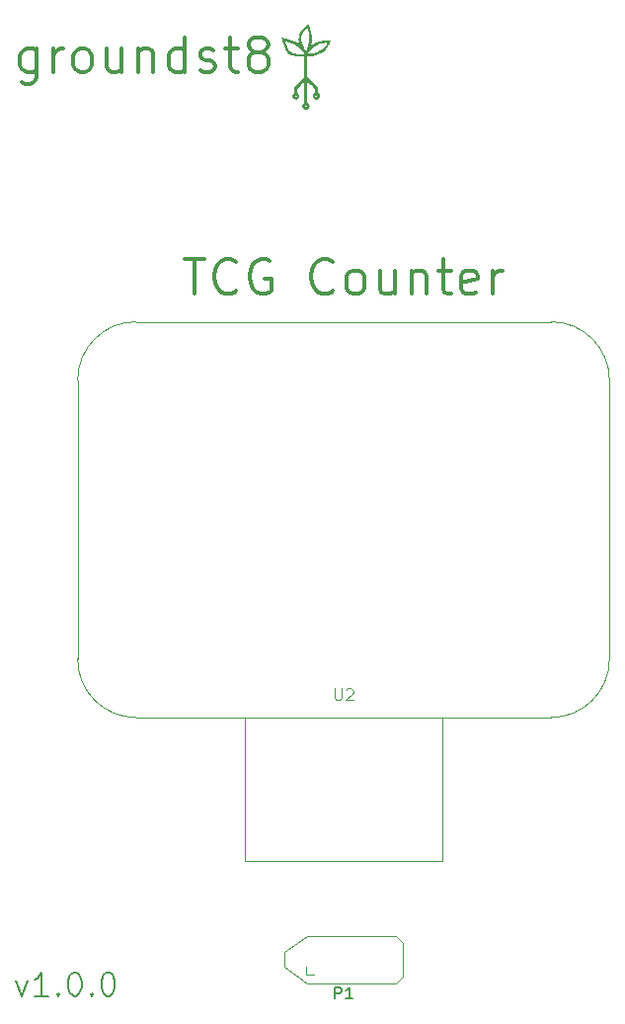
<source format=gbr>
%TF.GenerationSoftware,KiCad,Pcbnew,8.0.5*%
%TF.CreationDate,2025-04-19T21:57:35-04:00*%
%TF.ProjectId,tcg_counter,7463675f-636f-4756-9e74-65722e6b6963,1*%
%TF.SameCoordinates,Original*%
%TF.FileFunction,Legend,Top*%
%TF.FilePolarity,Positive*%
%FSLAX46Y46*%
G04 Gerber Fmt 4.6, Leading zero omitted, Abs format (unit mm)*
G04 Created by KiCad (PCBNEW 8.0.5) date 2025-04-19 21:57:35*
%MOMM*%
%LPD*%
G01*
G04 APERTURE LIST*
%ADD10C,0.200000*%
%ADD11C,0.300000*%
%ADD12C,0.375000*%
%ADD13C,0.150000*%
%ADD14C,0.100000*%
%ADD15C,0.000000*%
%ADD16C,0.120000*%
G04 APERTURE END LIST*
D10*
X113417292Y-128411504D02*
X113893482Y-129744838D01*
X113893482Y-129744838D02*
X114369673Y-128411504D01*
X116179197Y-129744838D02*
X115036340Y-129744838D01*
X115607768Y-129744838D02*
X115607768Y-127744838D01*
X115607768Y-127744838D02*
X115417292Y-128030552D01*
X115417292Y-128030552D02*
X115226816Y-128221028D01*
X115226816Y-128221028D02*
X115036340Y-128316266D01*
X117036340Y-129554361D02*
X117131578Y-129649600D01*
X117131578Y-129649600D02*
X117036340Y-129744838D01*
X117036340Y-129744838D02*
X116941102Y-129649600D01*
X116941102Y-129649600D02*
X117036340Y-129554361D01*
X117036340Y-129554361D02*
X117036340Y-129744838D01*
X118369673Y-127744838D02*
X118560150Y-127744838D01*
X118560150Y-127744838D02*
X118750626Y-127840076D01*
X118750626Y-127840076D02*
X118845864Y-127935314D01*
X118845864Y-127935314D02*
X118941102Y-128125790D01*
X118941102Y-128125790D02*
X119036340Y-128506742D01*
X119036340Y-128506742D02*
X119036340Y-128982933D01*
X119036340Y-128982933D02*
X118941102Y-129363885D01*
X118941102Y-129363885D02*
X118845864Y-129554361D01*
X118845864Y-129554361D02*
X118750626Y-129649600D01*
X118750626Y-129649600D02*
X118560150Y-129744838D01*
X118560150Y-129744838D02*
X118369673Y-129744838D01*
X118369673Y-129744838D02*
X118179197Y-129649600D01*
X118179197Y-129649600D02*
X118083959Y-129554361D01*
X118083959Y-129554361D02*
X117988721Y-129363885D01*
X117988721Y-129363885D02*
X117893483Y-128982933D01*
X117893483Y-128982933D02*
X117893483Y-128506742D01*
X117893483Y-128506742D02*
X117988721Y-128125790D01*
X117988721Y-128125790D02*
X118083959Y-127935314D01*
X118083959Y-127935314D02*
X118179197Y-127840076D01*
X118179197Y-127840076D02*
X118369673Y-127744838D01*
X119893483Y-129554361D02*
X119988721Y-129649600D01*
X119988721Y-129649600D02*
X119893483Y-129744838D01*
X119893483Y-129744838D02*
X119798245Y-129649600D01*
X119798245Y-129649600D02*
X119893483Y-129554361D01*
X119893483Y-129554361D02*
X119893483Y-129744838D01*
X121226816Y-127744838D02*
X121417293Y-127744838D01*
X121417293Y-127744838D02*
X121607769Y-127840076D01*
X121607769Y-127840076D02*
X121703007Y-127935314D01*
X121703007Y-127935314D02*
X121798245Y-128125790D01*
X121798245Y-128125790D02*
X121893483Y-128506742D01*
X121893483Y-128506742D02*
X121893483Y-128982933D01*
X121893483Y-128982933D02*
X121798245Y-129363885D01*
X121798245Y-129363885D02*
X121703007Y-129554361D01*
X121703007Y-129554361D02*
X121607769Y-129649600D01*
X121607769Y-129649600D02*
X121417293Y-129744838D01*
X121417293Y-129744838D02*
X121226816Y-129744838D01*
X121226816Y-129744838D02*
X121036340Y-129649600D01*
X121036340Y-129649600D02*
X120941102Y-129554361D01*
X120941102Y-129554361D02*
X120845864Y-129363885D01*
X120845864Y-129363885D02*
X120750626Y-128982933D01*
X120750626Y-128982933D02*
X120750626Y-128506742D01*
X120750626Y-128506742D02*
X120845864Y-128125790D01*
X120845864Y-128125790D02*
X120941102Y-127935314D01*
X120941102Y-127935314D02*
X121036340Y-127840076D01*
X121036340Y-127840076D02*
X121226816Y-127744838D01*
D11*
X115197368Y-48617257D02*
X115197368Y-51045828D01*
X115197368Y-51045828D02*
X115054510Y-51331542D01*
X115054510Y-51331542D02*
X114911653Y-51474400D01*
X114911653Y-51474400D02*
X114625939Y-51617257D01*
X114625939Y-51617257D02*
X114197368Y-51617257D01*
X114197368Y-51617257D02*
X113911653Y-51474400D01*
X115197368Y-50474400D02*
X114911653Y-50617257D01*
X114911653Y-50617257D02*
X114340225Y-50617257D01*
X114340225Y-50617257D02*
X114054510Y-50474400D01*
X114054510Y-50474400D02*
X113911653Y-50331542D01*
X113911653Y-50331542D02*
X113768796Y-50045828D01*
X113768796Y-50045828D02*
X113768796Y-49188685D01*
X113768796Y-49188685D02*
X113911653Y-48902971D01*
X113911653Y-48902971D02*
X114054510Y-48760114D01*
X114054510Y-48760114D02*
X114340225Y-48617257D01*
X114340225Y-48617257D02*
X114911653Y-48617257D01*
X114911653Y-48617257D02*
X115197368Y-48760114D01*
X116625939Y-50617257D02*
X116625939Y-48617257D01*
X116625939Y-49188685D02*
X116768796Y-48902971D01*
X116768796Y-48902971D02*
X116911654Y-48760114D01*
X116911654Y-48760114D02*
X117197368Y-48617257D01*
X117197368Y-48617257D02*
X117483082Y-48617257D01*
X118911654Y-50617257D02*
X118625939Y-50474400D01*
X118625939Y-50474400D02*
X118483082Y-50331542D01*
X118483082Y-50331542D02*
X118340225Y-50045828D01*
X118340225Y-50045828D02*
X118340225Y-49188685D01*
X118340225Y-49188685D02*
X118483082Y-48902971D01*
X118483082Y-48902971D02*
X118625939Y-48760114D01*
X118625939Y-48760114D02*
X118911654Y-48617257D01*
X118911654Y-48617257D02*
X119340225Y-48617257D01*
X119340225Y-48617257D02*
X119625939Y-48760114D01*
X119625939Y-48760114D02*
X119768797Y-48902971D01*
X119768797Y-48902971D02*
X119911654Y-49188685D01*
X119911654Y-49188685D02*
X119911654Y-50045828D01*
X119911654Y-50045828D02*
X119768797Y-50331542D01*
X119768797Y-50331542D02*
X119625939Y-50474400D01*
X119625939Y-50474400D02*
X119340225Y-50617257D01*
X119340225Y-50617257D02*
X118911654Y-50617257D01*
X122483083Y-48617257D02*
X122483083Y-50617257D01*
X121197368Y-48617257D02*
X121197368Y-50188685D01*
X121197368Y-50188685D02*
X121340225Y-50474400D01*
X121340225Y-50474400D02*
X121625940Y-50617257D01*
X121625940Y-50617257D02*
X122054511Y-50617257D01*
X122054511Y-50617257D02*
X122340225Y-50474400D01*
X122340225Y-50474400D02*
X122483083Y-50331542D01*
X123911654Y-48617257D02*
X123911654Y-50617257D01*
X123911654Y-48902971D02*
X124054511Y-48760114D01*
X124054511Y-48760114D02*
X124340226Y-48617257D01*
X124340226Y-48617257D02*
X124768797Y-48617257D01*
X124768797Y-48617257D02*
X125054511Y-48760114D01*
X125054511Y-48760114D02*
X125197369Y-49045828D01*
X125197369Y-49045828D02*
X125197369Y-50617257D01*
X127911655Y-50617257D02*
X127911655Y-47617257D01*
X127911655Y-50474400D02*
X127625940Y-50617257D01*
X127625940Y-50617257D02*
X127054512Y-50617257D01*
X127054512Y-50617257D02*
X126768797Y-50474400D01*
X126768797Y-50474400D02*
X126625940Y-50331542D01*
X126625940Y-50331542D02*
X126483083Y-50045828D01*
X126483083Y-50045828D02*
X126483083Y-49188685D01*
X126483083Y-49188685D02*
X126625940Y-48902971D01*
X126625940Y-48902971D02*
X126768797Y-48760114D01*
X126768797Y-48760114D02*
X127054512Y-48617257D01*
X127054512Y-48617257D02*
X127625940Y-48617257D01*
X127625940Y-48617257D02*
X127911655Y-48760114D01*
X129197369Y-50474400D02*
X129483083Y-50617257D01*
X129483083Y-50617257D02*
X130054512Y-50617257D01*
X130054512Y-50617257D02*
X130340226Y-50474400D01*
X130340226Y-50474400D02*
X130483083Y-50188685D01*
X130483083Y-50188685D02*
X130483083Y-50045828D01*
X130483083Y-50045828D02*
X130340226Y-49760114D01*
X130340226Y-49760114D02*
X130054512Y-49617257D01*
X130054512Y-49617257D02*
X129625941Y-49617257D01*
X129625941Y-49617257D02*
X129340226Y-49474400D01*
X129340226Y-49474400D02*
X129197369Y-49188685D01*
X129197369Y-49188685D02*
X129197369Y-49045828D01*
X129197369Y-49045828D02*
X129340226Y-48760114D01*
X129340226Y-48760114D02*
X129625941Y-48617257D01*
X129625941Y-48617257D02*
X130054512Y-48617257D01*
X130054512Y-48617257D02*
X130340226Y-48760114D01*
X131340226Y-48617257D02*
X132483083Y-48617257D01*
X131768797Y-47617257D02*
X131768797Y-50188685D01*
X131768797Y-50188685D02*
X131911654Y-50474400D01*
X131911654Y-50474400D02*
X132197369Y-50617257D01*
X132197369Y-50617257D02*
X132483083Y-50617257D01*
X133911655Y-48902971D02*
X133625940Y-48760114D01*
X133625940Y-48760114D02*
X133483083Y-48617257D01*
X133483083Y-48617257D02*
X133340226Y-48331542D01*
X133340226Y-48331542D02*
X133340226Y-48188685D01*
X133340226Y-48188685D02*
X133483083Y-47902971D01*
X133483083Y-47902971D02*
X133625940Y-47760114D01*
X133625940Y-47760114D02*
X133911655Y-47617257D01*
X133911655Y-47617257D02*
X134483083Y-47617257D01*
X134483083Y-47617257D02*
X134768798Y-47760114D01*
X134768798Y-47760114D02*
X134911655Y-47902971D01*
X134911655Y-47902971D02*
X135054512Y-48188685D01*
X135054512Y-48188685D02*
X135054512Y-48331542D01*
X135054512Y-48331542D02*
X134911655Y-48617257D01*
X134911655Y-48617257D02*
X134768798Y-48760114D01*
X134768798Y-48760114D02*
X134483083Y-48902971D01*
X134483083Y-48902971D02*
X133911655Y-48902971D01*
X133911655Y-48902971D02*
X133625940Y-49045828D01*
X133625940Y-49045828D02*
X133483083Y-49188685D01*
X133483083Y-49188685D02*
X133340226Y-49474400D01*
X133340226Y-49474400D02*
X133340226Y-50045828D01*
X133340226Y-50045828D02*
X133483083Y-50331542D01*
X133483083Y-50331542D02*
X133625940Y-50474400D01*
X133625940Y-50474400D02*
X133911655Y-50617257D01*
X133911655Y-50617257D02*
X134483083Y-50617257D01*
X134483083Y-50617257D02*
X134768798Y-50474400D01*
X134768798Y-50474400D02*
X134911655Y-50331542D01*
X134911655Y-50331542D02*
X135054512Y-50045828D01*
X135054512Y-50045828D02*
X135054512Y-49474400D01*
X135054512Y-49474400D02*
X134911655Y-49188685D01*
X134911655Y-49188685D02*
X134768798Y-49045828D01*
X134768798Y-49045828D02*
X134483083Y-48902971D01*
D12*
X127882424Y-66613357D02*
X129596710Y-66613357D01*
X128739567Y-69613357D02*
X128739567Y-66613357D01*
X132310995Y-69327642D02*
X132168138Y-69470500D01*
X132168138Y-69470500D02*
X131739566Y-69613357D01*
X131739566Y-69613357D02*
X131453852Y-69613357D01*
X131453852Y-69613357D02*
X131025281Y-69470500D01*
X131025281Y-69470500D02*
X130739566Y-69184785D01*
X130739566Y-69184785D02*
X130596709Y-68899071D01*
X130596709Y-68899071D02*
X130453852Y-68327642D01*
X130453852Y-68327642D02*
X130453852Y-67899071D01*
X130453852Y-67899071D02*
X130596709Y-67327642D01*
X130596709Y-67327642D02*
X130739566Y-67041928D01*
X130739566Y-67041928D02*
X131025281Y-66756214D01*
X131025281Y-66756214D02*
X131453852Y-66613357D01*
X131453852Y-66613357D02*
X131739566Y-66613357D01*
X131739566Y-66613357D02*
X132168138Y-66756214D01*
X132168138Y-66756214D02*
X132310995Y-66899071D01*
X135168138Y-66756214D02*
X134882424Y-66613357D01*
X134882424Y-66613357D02*
X134453852Y-66613357D01*
X134453852Y-66613357D02*
X134025281Y-66756214D01*
X134025281Y-66756214D02*
X133739566Y-67041928D01*
X133739566Y-67041928D02*
X133596709Y-67327642D01*
X133596709Y-67327642D02*
X133453852Y-67899071D01*
X133453852Y-67899071D02*
X133453852Y-68327642D01*
X133453852Y-68327642D02*
X133596709Y-68899071D01*
X133596709Y-68899071D02*
X133739566Y-69184785D01*
X133739566Y-69184785D02*
X134025281Y-69470500D01*
X134025281Y-69470500D02*
X134453852Y-69613357D01*
X134453852Y-69613357D02*
X134739566Y-69613357D01*
X134739566Y-69613357D02*
X135168138Y-69470500D01*
X135168138Y-69470500D02*
X135310995Y-69327642D01*
X135310995Y-69327642D02*
X135310995Y-68327642D01*
X135310995Y-68327642D02*
X134739566Y-68327642D01*
X140596709Y-69327642D02*
X140453852Y-69470500D01*
X140453852Y-69470500D02*
X140025280Y-69613357D01*
X140025280Y-69613357D02*
X139739566Y-69613357D01*
X139739566Y-69613357D02*
X139310995Y-69470500D01*
X139310995Y-69470500D02*
X139025280Y-69184785D01*
X139025280Y-69184785D02*
X138882423Y-68899071D01*
X138882423Y-68899071D02*
X138739566Y-68327642D01*
X138739566Y-68327642D02*
X138739566Y-67899071D01*
X138739566Y-67899071D02*
X138882423Y-67327642D01*
X138882423Y-67327642D02*
X139025280Y-67041928D01*
X139025280Y-67041928D02*
X139310995Y-66756214D01*
X139310995Y-66756214D02*
X139739566Y-66613357D01*
X139739566Y-66613357D02*
X140025280Y-66613357D01*
X140025280Y-66613357D02*
X140453852Y-66756214D01*
X140453852Y-66756214D02*
X140596709Y-66899071D01*
X142310995Y-69613357D02*
X142025280Y-69470500D01*
X142025280Y-69470500D02*
X141882423Y-69327642D01*
X141882423Y-69327642D02*
X141739566Y-69041928D01*
X141739566Y-69041928D02*
X141739566Y-68184785D01*
X141739566Y-68184785D02*
X141882423Y-67899071D01*
X141882423Y-67899071D02*
X142025280Y-67756214D01*
X142025280Y-67756214D02*
X142310995Y-67613357D01*
X142310995Y-67613357D02*
X142739566Y-67613357D01*
X142739566Y-67613357D02*
X143025280Y-67756214D01*
X143025280Y-67756214D02*
X143168138Y-67899071D01*
X143168138Y-67899071D02*
X143310995Y-68184785D01*
X143310995Y-68184785D02*
X143310995Y-69041928D01*
X143310995Y-69041928D02*
X143168138Y-69327642D01*
X143168138Y-69327642D02*
X143025280Y-69470500D01*
X143025280Y-69470500D02*
X142739566Y-69613357D01*
X142739566Y-69613357D02*
X142310995Y-69613357D01*
X145882424Y-67613357D02*
X145882424Y-69613357D01*
X144596709Y-67613357D02*
X144596709Y-69184785D01*
X144596709Y-69184785D02*
X144739566Y-69470500D01*
X144739566Y-69470500D02*
X145025281Y-69613357D01*
X145025281Y-69613357D02*
X145453852Y-69613357D01*
X145453852Y-69613357D02*
X145739566Y-69470500D01*
X145739566Y-69470500D02*
X145882424Y-69327642D01*
X147310995Y-67613357D02*
X147310995Y-69613357D01*
X147310995Y-67899071D02*
X147453852Y-67756214D01*
X147453852Y-67756214D02*
X147739567Y-67613357D01*
X147739567Y-67613357D02*
X148168138Y-67613357D01*
X148168138Y-67613357D02*
X148453852Y-67756214D01*
X148453852Y-67756214D02*
X148596710Y-68041928D01*
X148596710Y-68041928D02*
X148596710Y-69613357D01*
X149596710Y-67613357D02*
X150739567Y-67613357D01*
X150025281Y-66613357D02*
X150025281Y-69184785D01*
X150025281Y-69184785D02*
X150168138Y-69470500D01*
X150168138Y-69470500D02*
X150453853Y-69613357D01*
X150453853Y-69613357D02*
X150739567Y-69613357D01*
X152882424Y-69470500D02*
X152596710Y-69613357D01*
X152596710Y-69613357D02*
X152025282Y-69613357D01*
X152025282Y-69613357D02*
X151739567Y-69470500D01*
X151739567Y-69470500D02*
X151596710Y-69184785D01*
X151596710Y-69184785D02*
X151596710Y-68041928D01*
X151596710Y-68041928D02*
X151739567Y-67756214D01*
X151739567Y-67756214D02*
X152025282Y-67613357D01*
X152025282Y-67613357D02*
X152596710Y-67613357D01*
X152596710Y-67613357D02*
X152882424Y-67756214D01*
X152882424Y-67756214D02*
X153025282Y-68041928D01*
X153025282Y-68041928D02*
X153025282Y-68327642D01*
X153025282Y-68327642D02*
X151596710Y-68613357D01*
X154310996Y-69613357D02*
X154310996Y-67613357D01*
X154310996Y-68184785D02*
X154453853Y-67899071D01*
X154453853Y-67899071D02*
X154596711Y-67756214D01*
X154596711Y-67756214D02*
X154882425Y-67613357D01*
X154882425Y-67613357D02*
X155168139Y-67613357D01*
D13*
X140761905Y-129989819D02*
X140761905Y-128989819D01*
X140761905Y-128989819D02*
X141142857Y-128989819D01*
X141142857Y-128989819D02*
X141238095Y-129037438D01*
X141238095Y-129037438D02*
X141285714Y-129085057D01*
X141285714Y-129085057D02*
X141333333Y-129180295D01*
X141333333Y-129180295D02*
X141333333Y-129323152D01*
X141333333Y-129323152D02*
X141285714Y-129418390D01*
X141285714Y-129418390D02*
X141238095Y-129466009D01*
X141238095Y-129466009D02*
X141142857Y-129513628D01*
X141142857Y-129513628D02*
X140761905Y-129513628D01*
X142285714Y-129989819D02*
X141714286Y-129989819D01*
X142000000Y-129989819D02*
X142000000Y-128989819D01*
X142000000Y-128989819D02*
X141904762Y-129132676D01*
X141904762Y-129132676D02*
X141809524Y-129227914D01*
X141809524Y-129227914D02*
X141714286Y-129275533D01*
D14*
X140738095Y-103407419D02*
X140738095Y-104216942D01*
X140738095Y-104216942D02*
X140785714Y-104312180D01*
X140785714Y-104312180D02*
X140833333Y-104359800D01*
X140833333Y-104359800D02*
X140928571Y-104407419D01*
X140928571Y-104407419D02*
X141119047Y-104407419D01*
X141119047Y-104407419D02*
X141214285Y-104359800D01*
X141214285Y-104359800D02*
X141261904Y-104312180D01*
X141261904Y-104312180D02*
X141309523Y-104216942D01*
X141309523Y-104216942D02*
X141309523Y-103407419D01*
X141738095Y-103502657D02*
X141785714Y-103455038D01*
X141785714Y-103455038D02*
X141880952Y-103407419D01*
X141880952Y-103407419D02*
X142119047Y-103407419D01*
X142119047Y-103407419D02*
X142214285Y-103455038D01*
X142214285Y-103455038D02*
X142261904Y-103502657D01*
X142261904Y-103502657D02*
X142309523Y-103597895D01*
X142309523Y-103597895D02*
X142309523Y-103693133D01*
X142309523Y-103693133D02*
X142261904Y-103835990D01*
X142261904Y-103835990D02*
X141690476Y-104407419D01*
X141690476Y-104407419D02*
X142309523Y-104407419D01*
D15*
%TO.C,G\u002A\u002A\u002A*%
G36*
X138525925Y-46529079D02*
G01*
X138565030Y-46642487D01*
X138610798Y-46796425D01*
X138658597Y-46973800D01*
X138703796Y-47157522D01*
X138741764Y-47330498D01*
X138765476Y-47460000D01*
X138788018Y-47766746D01*
X138766323Y-48081238D01*
X138737651Y-48234212D01*
X138732109Y-48273655D01*
X138747834Y-48287540D01*
X138796856Y-48272793D01*
X138891210Y-48226341D01*
X139003843Y-48166213D01*
X139378204Y-48007188D01*
X139780046Y-47919273D01*
X140088698Y-47899911D01*
X140363111Y-47899248D01*
X140285208Y-48129931D01*
X140145926Y-48427253D01*
X139944630Y-48693018D01*
X139693619Y-48913356D01*
X139476033Y-49042446D01*
X139296124Y-49112268D01*
X139065520Y-49176187D01*
X138809915Y-49227910D01*
X138601578Y-49256610D01*
X138381954Y-49279782D01*
X138381954Y-50146578D01*
X138381954Y-51013374D01*
X138840300Y-51470526D01*
X139298646Y-51927678D01*
X139298646Y-52135888D01*
X139307271Y-52278533D01*
X139338423Y-52374248D01*
X139382676Y-52433545D01*
X139457851Y-52560624D01*
X139467485Y-52695586D01*
X139417929Y-52820489D01*
X139315536Y-52917390D01*
X139195006Y-52963690D01*
X139104775Y-52970236D01*
X139030224Y-52937851D01*
X138956417Y-52872068D01*
X138860637Y-52737224D01*
X138848421Y-52654662D01*
X139075518Y-52654662D01*
X139101335Y-52717340D01*
X139161377Y-52744304D01*
X139173957Y-52742910D01*
X139237702Y-52698865D01*
X139253286Y-52663581D01*
X139235813Y-52599282D01*
X139176893Y-52566443D01*
X139109911Y-52581168D01*
X139100030Y-52589654D01*
X139075518Y-52654662D01*
X138848421Y-52654662D01*
X138840694Y-52602436D01*
X138896600Y-52471237D01*
X138954887Y-52406315D01*
X139041785Y-52297786D01*
X139069386Y-52179070D01*
X139069473Y-52170570D01*
X139062794Y-52109415D01*
X139036882Y-52046805D01*
X138982926Y-51970670D01*
X138892113Y-51868939D01*
X138755631Y-51729543D01*
X138725714Y-51699699D01*
X138381954Y-51357532D01*
X138381954Y-52265711D01*
X138381954Y-53173889D01*
X138480983Y-53259070D01*
X138566240Y-53376937D01*
X138589051Y-53514613D01*
X138549317Y-53648703D01*
X138483022Y-53728950D01*
X138346067Y-53805478D01*
X138205688Y-53810828D01*
X138076453Y-53745107D01*
X138055557Y-53725796D01*
X137985004Y-53609027D01*
X137971397Y-53496761D01*
X138198153Y-53496761D01*
X138203804Y-53530515D01*
X138255414Y-53582360D01*
X138325598Y-53582250D01*
X138365122Y-53548515D01*
X138366235Y-53490771D01*
X138323304Y-53437674D01*
X138263704Y-53412835D01*
X138224374Y-53427114D01*
X138198153Y-53496761D01*
X137971397Y-53496761D01*
X137968467Y-53472582D01*
X138003559Y-53342185D01*
X138087896Y-53243560D01*
X138101064Y-53235169D01*
X138118083Y-53210515D01*
X138131131Y-53153759D01*
X138140660Y-53056777D01*
X138147119Y-52911446D01*
X138150956Y-52709641D01*
X138152621Y-52443237D01*
X138152781Y-52300223D01*
X138152781Y-51395821D01*
X137828120Y-51718797D01*
X137689974Y-51857937D01*
X137597728Y-51957876D01*
X137542179Y-52032319D01*
X137514125Y-52094974D01*
X137504364Y-52159546D01*
X137503458Y-52202372D01*
X137512585Y-52314052D01*
X137545076Y-52370844D01*
X137574053Y-52385378D01*
X137647288Y-52442435D01*
X137705484Y-52545668D01*
X137732298Y-52664872D01*
X137732631Y-52678419D01*
X137700904Y-52769731D01*
X137621935Y-52865239D01*
X137520044Y-52942409D01*
X137419551Y-52978706D01*
X137407969Y-52979248D01*
X137302319Y-52947502D01*
X137196910Y-52868055D01*
X137115865Y-52764596D01*
X137083308Y-52660813D01*
X137083308Y-52660455D01*
X137084829Y-52654662D01*
X137318525Y-52654662D01*
X137344342Y-52717340D01*
X137404385Y-52744304D01*
X137416964Y-52742910D01*
X137480710Y-52698865D01*
X137496294Y-52663581D01*
X137478820Y-52599282D01*
X137419900Y-52566443D01*
X137352918Y-52581168D01*
X137343037Y-52589654D01*
X137318525Y-52654662D01*
X137084829Y-52654662D01*
X137107489Y-52568374D01*
X137166883Y-52466379D01*
X137178797Y-52451476D01*
X137240262Y-52358730D01*
X137268642Y-52251491D01*
X137274285Y-52132810D01*
X137274285Y-51927626D01*
X137713533Y-51489624D01*
X138152781Y-51051622D01*
X138152754Y-50172502D01*
X138152727Y-49293383D01*
X137761251Y-49289142D01*
X137421744Y-49263861D01*
X137131931Y-49193140D01*
X136887593Y-49072770D01*
X136684511Y-48898545D01*
X136518468Y-48666256D01*
X136385244Y-48371697D01*
X136280622Y-48010661D01*
X136265810Y-47937743D01*
X136479173Y-47937743D01*
X136527696Y-48119022D01*
X136636557Y-48428535D01*
X136781974Y-48673254D01*
X136967906Y-48857472D01*
X137198313Y-48985482D01*
X137378730Y-49041749D01*
X137487711Y-49059572D01*
X137626942Y-49071691D01*
X137777277Y-49077911D01*
X137919570Y-49078033D01*
X138034675Y-49071861D01*
X138103447Y-49059198D01*
X138114586Y-49049314D01*
X138104565Y-49023348D01*
X138458345Y-49023348D01*
X138481461Y-49040699D01*
X138556352Y-49042061D01*
X138691334Y-49027038D01*
X138832150Y-49005569D01*
X139177586Y-48922956D01*
X139464429Y-48795872D01*
X139664137Y-48652860D01*
X139762497Y-48555634D01*
X139865133Y-48437349D01*
X139958330Y-48316075D01*
X140028374Y-48209880D01*
X140061551Y-48136831D01*
X140062556Y-48127953D01*
X140028575Y-48117765D01*
X139940208Y-48120696D01*
X139817816Y-48134107D01*
X139681761Y-48155358D01*
X139552403Y-48181809D01*
X139466641Y-48205194D01*
X139227347Y-48300707D01*
X139000519Y-48423528D01*
X138820371Y-48554425D01*
X138738565Y-48636092D01*
X138646934Y-48741990D01*
X138560131Y-48853141D01*
X138492806Y-48950568D01*
X138459613Y-49015291D01*
X138458345Y-49023348D01*
X138104565Y-49023348D01*
X138088128Y-48980759D01*
X138017362Y-48876337D01*
X137915198Y-48750795D01*
X137794546Y-48618881D01*
X137668315Y-48495339D01*
X137549416Y-48394917D01*
X137527679Y-48378924D01*
X137332584Y-48259553D01*
X137092161Y-48142026D01*
X136836610Y-48039640D01*
X136596129Y-47965695D01*
X136580714Y-47961945D01*
X136479173Y-47937743D01*
X136265810Y-47937743D01*
X136230109Y-47761989D01*
X136209111Y-47643829D01*
X136617563Y-47752408D01*
X136832679Y-47817739D01*
X137065228Y-47901370D01*
X137277968Y-47989457D01*
X137361186Y-48028795D01*
X137696357Y-48196602D01*
X137667895Y-48057474D01*
X137641217Y-47767688D01*
X137653611Y-47686071D01*
X137860818Y-47686071D01*
X137863415Y-47867502D01*
X137909585Y-48084710D01*
X137992631Y-48315954D01*
X138105853Y-48539492D01*
X138141385Y-48596718D01*
X138284394Y-48816744D01*
X138354481Y-48680130D01*
X138398840Y-48574561D01*
X138449519Y-48425518D01*
X138496023Y-48264042D01*
X138498750Y-48253468D01*
X138535808Y-48083467D01*
X138562403Y-47913576D01*
X138572923Y-47779832D01*
X138572932Y-47776941D01*
X138563031Y-47629742D01*
X138536923Y-47440423D01*
X138500001Y-47238427D01*
X138457659Y-47053200D01*
X138415290Y-46914185D01*
X138414549Y-46912258D01*
X138375271Y-46810676D01*
X138221669Y-46982556D01*
X138052670Y-47206670D01*
X137929386Y-47443413D01*
X137863065Y-47670861D01*
X137860818Y-47686071D01*
X137653611Y-47686071D01*
X137683676Y-47488078D01*
X137797085Y-47213945D01*
X137983257Y-46940595D01*
X138183357Y-46721732D01*
X138302914Y-46609262D01*
X138403825Y-46524647D01*
X138473615Y-46477732D01*
X138498113Y-46473293D01*
X138525925Y-46529079D01*
G37*
D16*
%TO.C,P1*%
X136420000Y-125985000D02*
X138400000Y-124585000D01*
X136420000Y-127285000D02*
X136420000Y-125985000D01*
X138325000Y-127905000D02*
X138325000Y-127270000D01*
X138400000Y-124585000D02*
X145980000Y-124585000D01*
X138400000Y-128685000D02*
X136420000Y-127285000D01*
X138960000Y-127905000D02*
X138325000Y-127905000D01*
X145980000Y-124585000D02*
X146580000Y-125185000D01*
X145980000Y-128685000D02*
X138400000Y-128685000D01*
X145980000Y-128685000D02*
X146580000Y-128085000D01*
X146580000Y-125185000D02*
X146580000Y-128085000D01*
D14*
%TO.C,U2*%
X118700000Y-100900000D02*
X118700000Y-77000000D01*
X123700000Y-72000000D02*
X159300000Y-72000000D01*
X159300000Y-105900000D02*
X123700000Y-105900000D01*
X164300000Y-77000000D02*
X164300000Y-100900000D01*
X133000000Y-105950000D02*
X150000000Y-105950000D01*
X150000000Y-118150000D01*
X133000000Y-118150000D01*
X133000000Y-105950000D01*
X118700000Y-77000000D02*
G75*
G02*
X123700000Y-72000000I5000000J0D01*
G01*
X123700000Y-105900000D02*
G75*
G02*
X118700000Y-100900000I0J5000000D01*
G01*
X159300000Y-72000000D02*
G75*
G02*
X164300000Y-77000000I0J-5000000D01*
G01*
X164300000Y-100900000D02*
G75*
G02*
X159300000Y-105900000I-5000000J0D01*
G01*
%TD*%
M02*

</source>
